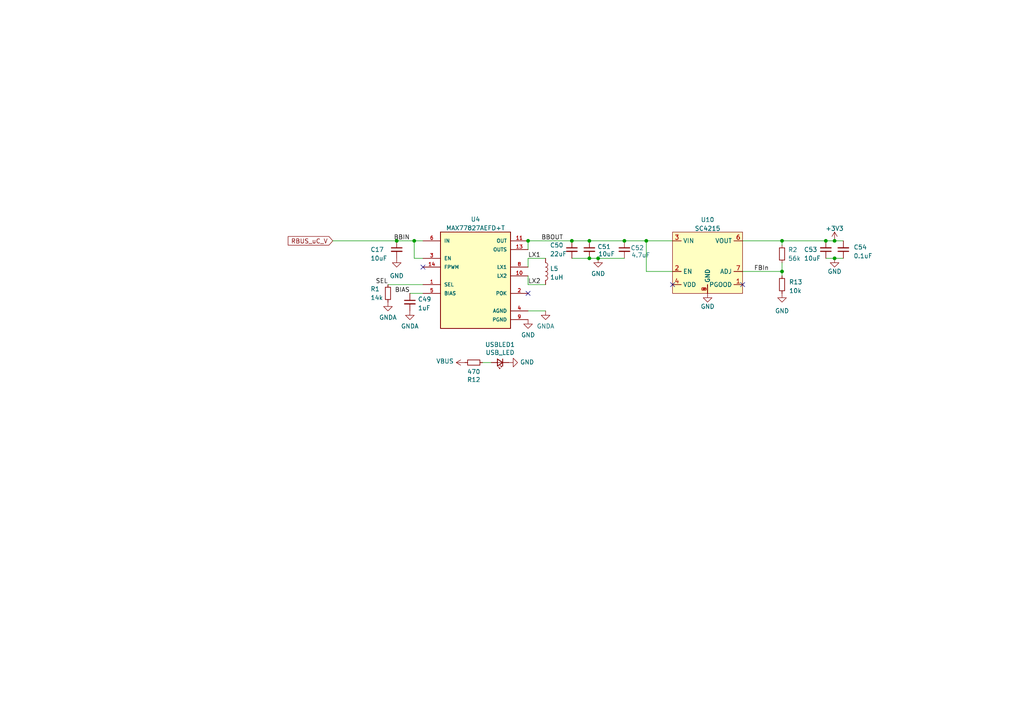
<source format=kicad_sch>
(kicad_sch (version 20230121) (generator eeschema)
  (paper "A4")
  (lib_symbols
    (symbol "Device:C_Small" (pin_numbers hide) (pin_names (offset 0.254) hide)
      (property "Reference" "C" (at 0.254 1.778 0))
      (property "Value" "C_Small" (at 0.254 -2.032 0))
      (symbol "C_Small_0_1"
        (polyline (pts (xy -1.524 -0.508) (xy 1.524 -0.508)) (stroke (width 0.3302)))
        (polyline (pts (xy -1.524 0.508) (xy 1.524 0.508)) (stroke (width 0.3048)))
      )
      (symbol "C_Small_1_1"
        (pin passive line (at 0 2.54 270) (length 2.032) (name "~") (number "1"))
        (pin passive line (at 0 -2.54 90) (length 2.032) (name "~") (number "2"))
      )
    )
    (symbol "Device:L" (pin_numbers hide) (pin_names (offset 1.016) hide)
      (property "Reference" "L" (at -1.27 0 90))
      (property "Value" "L" (at 1.905 0 90))
      (symbol "L_0_1"
        (arc (start 0 -2.54) (mid 0.6323 -1.905) (end 0 -1.27))
        (arc (start 0 -1.27) (mid 0.6323 -0.635) (end 0 0))
        (arc (start 0 0) (mid 0.6323 0.635) (end 0 1.27))
        (arc (start 0 1.27) (mid 0.6323 1.905) (end 0 2.54))
      )
      (symbol "L_1_1"
        (pin passive line (at 0 3.81 270) (length 1.27) (name "1") (number "1"))
        (pin passive line (at 0 -3.81 90) (length 1.27) (name "2") (number "2"))
      )
    )
    (symbol "Device:LED_Small" (pin_numbers hide) (pin_names (offset 0.254) hide)
      (property "Reference" "D" (at -1.27 3.175 0))
      (property "Value" "LED_Small" (at -4.445 -2.54 0))
      (symbol "LED_Small_0_1"
        (polyline (pts (xy -0.762 -1.016) (xy -0.762 1.016)) (stroke (width 0.254)))
        (polyline (pts (xy 1.016 0) (xy -0.762 0)))
        (polyline (pts (xy 0.762 -1.016) (xy -0.762 0) (xy 0.762 1.016) (xy 0.762 -1.016)) (stroke (width 0.254)))
        (polyline (pts (xy 0 0.762) (xy -0.508 1.27) (xy -0.254 1.27) (xy -0.508 1.27) (xy -0.508 1.016)))
        (polyline (pts (xy 0.508 1.27) (xy 0 1.778) (xy 0.254 1.778) (xy 0 1.778) (xy 0 1.524)))
      )
      (symbol "LED_Small_1_1"
        (pin passive line (at -2.54 0 0) (length 1.778) (name "K") (number "1"))
        (pin passive line (at 2.54 0 180) (length 1.778) (name "A") (number "2"))
      )
    )
    (symbol "Device:R_Small" (pin_numbers hide) (pin_names (offset 0.254) hide)
      (property "Reference" "R" (at 0.762 0.508 0))
      (property "Value" "R_Small" (at 0.762 -1.016 0))
      (symbol "R_Small_0_1"
        (rectangle (start -0.762 1.778) (end 0.762 -1.778) (stroke (width 0.2032)))
      )
      (symbol "R_Small_1_1"
        (pin passive line (at 0 2.54 270) (length 0.762) (name "~") (number "1"))
        (pin passive line (at 0 -2.54 90) (length 0.762) (name "~") (number "2"))
      )
    )
    (symbol "iclr:MAX77827AEFD+T" (pin_names (offset 1.016))
      (property "Reference" "U?" (at -10.16 13.208 0))
      (property "Value" "MAX77827AEFD+T" (at -10.16 -17.78 0))
      (symbol "MAX77827AEFD+T_0_0"
        (rectangle (start -10.16 -15.24) (end 10.16 12.7) (stroke (width 0.254)) (fill (type background)))
        (pin passive line (at -15.24 -2.54 0) (length 5.08) (name "SEL") (number "1"))
        (pin passive line (at 15.24 0 180) (length 5.08) (name "LX2") (number "10"))
        (pin output line (at 15.24 10.16 180) (length 5.08) (name "OUT") (number "11"))
        (pin input line (at 15.24 7.62 180) (length 5.08) (name "OUTS") (number "13"))
        (pin input line (at -15.24 2.54 0) (length 5.08) (name "FPWM") (number "14"))
        (pin output line (at 15.24 -5.08 180) (length 5.08) (name "POK") (number "2"))
        (pin input line (at -15.24 5.08 0) (length 5.08) (name "EN") (number "3"))
        (pin power_in line (at 15.24 -10.16 180) (length 5.08) (name "AGND") (number "4"))
        (pin passive line (at -15.24 -5.08 0) (length 5.08) (name "BIAS") (number "5"))
        (pin input line (at -15.24 10.16 0) (length 5.08) (name "IN") (number "6"))
        (pin passive line (at 15.24 2.54 180) (length 5.08) (name "LX1") (number "8"))
        (pin power_in line (at 15.24 -12.7 180) (length 5.08) (name "PGND") (number "9"))
      )
    )
    (symbol "iclr:RT9025-25GSP"
      (property "Reference" "U6" (at 0 4.8428 0))
      (property "Value" "RT9025-25GSP" (at 0 2.3059 0))
      (symbol "RT9025-25GSP_1_1"
        (rectangle (start -10.16 1.27) (end 10.16 -16.51) (fill (type background)))
        (pin output line (at 10.16 -13.97 180) (length 2.54) (name "PGOOD") (number "1"))
        (pin input line (at -10.16 -10.16 0) (length 2.54) (name "EN") (number "2"))
        (pin input line (at -10.16 -1.27 0) (length 2.54) (name "VIN") (number "3"))
        (pin input line (at -10.16 -13.97 0) (length 2.54) (name "VDD") (number "4"))
        (pin output line (at 10.16 -1.27 180) (length 2.54) (name "VOUT") (number "6"))
        (pin input line (at 10.16 -10.16 180) (length 2.54) (name "ADJ") (number "7"))
        (pin input line (at 0 -16.51 90) (length 2.54) (name "GND") (number "8"))
        (pin input line (at 0 -16.51 90) (length 2.54) (name "GND") (number "9"))
      )
    )
    (symbol "power:+3.3V" (power) (pin_names (offset 0))
      (property "Value" "+3.3V" (at 0 3.556 0))
      (symbol "+3.3V_0_1"
        (polyline (pts (xy -0.762 1.27) (xy 0 2.54)))
        (polyline (pts (xy 0 0) (xy 0 2.54)))
        (polyline (pts (xy 0 2.54) (xy 0.762 1.27)))
      )
      (symbol "+3.3V_1_1"
        (pin power_in line (at 0 0 90) (length 0) hide (name "+3V3") (number "1"))
      )
    )
    (symbol "power:GND" (power) (pin_names (offset 0))
      (property "Value" "GND" (at 0 -3.81 0))
      (symbol "GND_0_1"
        (polyline (pts (xy 0 0) (xy 0 -1.27) (xy 1.27 -1.27) (xy 0 -2.54) (xy -1.27 -1.27) (xy 0 -1.27)))
      )
      (symbol "GND_1_1"
        (pin power_in line (at 0 0 270) (length 0) hide (name "GND") (number "1"))
      )
    )
    (symbol "power:GNDA" (power) (pin_names (offset 0))
      (property "Value" "GNDA" (at 0 -3.81 0))
      (symbol "GNDA_0_1"
        (polyline (pts (xy 0 0) (xy 0 -1.27) (xy 1.27 -1.27) (xy 0 -2.54) (xy -1.27 -1.27) (xy 0 -1.27)))
      )
      (symbol "GNDA_1_1"
        (pin power_in line (at 0 0 270) (length 0) hide (name "GNDA") (number "1"))
      )
    )
    (symbol "power:VBUS" (power) (pin_names (offset 0))
      (property "Value" "VBUS" (at 0 3.81 0))
      (symbol "VBUS_0_1"
        (polyline (pts (xy -0.762 1.27) (xy 0 2.54)))
        (polyline (pts (xy 0 0) (xy 0 2.54)))
        (polyline (pts (xy 0 2.54) (xy 0.762 1.27)))
      )
      (symbol "VBUS_1_1"
        (pin power_in line (at 0 0 90) (length 0) hide (name "VBUS") (number "1"))
      )
    )
  )
  (junction (at 173.482 74.93))
  (junction (at 153.162 69.85))
  (junction (at 120.142 69.85))
  (junction (at 226.822 78.74))
  (junction (at 165.862 69.85))
  (junction (at 187.452 69.85))
  (junction (at 242.062 69.85))
  (junction (at 170.942 69.85))
  (junction (at 115.062 69.85))
  (junction (at 239.522 69.85))
  (junction (at 226.822 69.85))
  (junction (at 242.062 74.93))
  (junction (at 170.942 74.93))
  (junction (at 181.102 69.85))
  (no_connect (at 215.392 82.55))
  (no_connect (at 122.682 77.47))
  (no_connect (at 153.162 85.09))
  (no_connect (at 195.072 82.55))
  (wire (pts (xy 226.822 78.74) (xy 226.822 80.01)))
  (wire (pts (xy 153.162 74.93) (xy 158.242 74.93)))
  (wire (pts (xy 142.494 105.156) (xy 139.954 105.156)))
  (wire (pts (xy 187.452 69.85) (xy 187.452 78.74)))
  (wire (pts (xy 96.52 69.85) (xy 115.062 69.85)))
  (wire (pts (xy 242.062 69.85) (xy 239.522 69.85)))
  (wire (pts (xy 120.142 69.85) (xy 120.142 74.93)))
  (wire (pts (xy 215.392 78.74) (xy 226.822 78.74)))
  (wire (pts (xy 120.142 69.85) (xy 122.682 69.85)))
  (wire (pts (xy 239.522 74.93) (xy 242.062 74.93)))
  (wire (pts (xy 153.162 82.55) (xy 153.162 80.01)))
  (wire (pts (xy 153.162 90.17) (xy 158.242 90.17)))
  (wire (pts (xy 153.162 69.85) (xy 165.862 69.85)))
  (wire (pts (xy 170.942 69.85) (xy 181.102 69.85)))
  (wire (pts (xy 173.482 74.93) (xy 170.942 74.93)))
  (wire (pts (xy 187.452 78.74) (xy 195.072 78.74)))
  (wire (pts (xy 226.822 76.2) (xy 226.822 78.74)))
  (wire (pts (xy 226.822 69.85) (xy 239.522 69.85)))
  (wire (pts (xy 118.872 85.09) (xy 122.682 85.09)))
  (wire (pts (xy 120.142 74.93) (xy 122.682 74.93)))
  (wire (pts (xy 242.062 74.93) (xy 244.602 74.93)))
  (wire (pts (xy 215.392 69.85) (xy 226.822 69.85)))
  (wire (pts (xy 153.162 77.47) (xy 153.162 74.93)))
  (wire (pts (xy 115.062 69.85) (xy 120.142 69.85)))
  (wire (pts (xy 181.102 69.85) (xy 187.452 69.85)))
  (wire (pts (xy 165.862 69.85) (xy 170.942 69.85)))
  (wire (pts (xy 165.862 74.93) (xy 170.942 74.93)))
  (wire (pts (xy 158.242 82.55) (xy 153.162 82.55)))
  (wire (pts (xy 153.162 72.39) (xy 153.162 69.85)))
  (wire (pts (xy 187.452 69.85) (xy 195.072 69.85)))
  (wire (pts (xy 242.062 69.85) (xy 244.602 69.85)))
  (wire (pts (xy 173.482 74.93) (xy 181.102 74.93)))
  (wire (pts (xy 112.522 82.55) (xy 122.682 82.55)))
  (wire (pts (xy 226.822 69.85) (xy 226.822 71.12)))
  (label "BIAS" (at 118.872 85.09 180))
  (label "BBOUT" (at 156.972 69.85 0))
  (label "SEL" (at 112.522 82.55 180))
  (label "FBIn" (at 223.012 78.74 180))
  (label "LX2" (at 153.162 82.55 0))
  (label "BBIN" (at 118.872 69.85 180))
  (label "LX1" (at 153.162 74.93 0))
  (global_label "RBUS_uC_V" (shape input) (at 96.52 69.85 180) (property "Intersheetrefs" "${INTERSHEET_REFS}" (effects hide)))
  (symbol (lib_id "power:GND") (at 147.574 105.156 90) (unit 1)
    (property "Reference" "#PWR0128" (effects hide))
    (property "Value" "GND" (at 150.8252 105.029 90) (effects (justify right)))
  )
  (symbol (lib_id "power:GNDA") (at 158.242 90.17 0) (unit 1)
    (property "Reference" "#PWR0132" (effects hide))
    (property "Value" "GNDA" (at 158.242 94.6134 0))
  )
  (symbol (lib_id "power:GND") (at 242.062 74.93 0) (unit 1)
    (property "Reference" "#PWR0189" (effects hide))
    (property "Value" "GND" (at 242.062 78.74 0))
  )
  (symbol (lib_id "power:GND") (at 115.062 74.93 0) (unit 1)
    (property "Reference" "#PWR0146" (effects hide))
    (property "Value" "GND" (at 115.062 80.01 0))
  )
  (symbol (lib_id "Device:C_Small") (at 170.942 72.39 0) (unit 1)
    (property "Reference" "C51" (at 173.2661 71.5616 0) (effects (justify left)))
    (property "Value" "10uF" (at 173.482 73.66 0) (effects (justify left)))
    (property "Footprint" "Capacitor_SMD:C_0402_1005Metric" (effects hide))
  )
  (symbol (lib_id "Device:LED_Small") (at 145.034 105.156 180) (unit 1)
    (property "Reference" "USBLED1" (at 145.034 99.949 0))
    (property "Value" "USB_LED" (at 145.034 102.2604 0))
    (property "Footprint" "LED_SMD:LED_0402_1005Metric" (effects hide))
  )
  (symbol (lib_id "Device:C_Small") (at 239.522 72.39 180) (unit 1)
    (property "Reference" "C53" (at 233.172 72.39 0) (effects (justify right)))
    (property "Value" "10uF" (at 233.172 74.93 0) (effects (justify right)))
    (property "Footprint" "Capacitor_SMD:C_0402_1005Metric" (effects hide))
  )
  (symbol (lib_id "Device:C_Small") (at 115.062 72.39 0) (unit 1)
    (property "Reference" "C17" (at 107.442 72.39 0) (effects (justify left)))
    (property "Value" "10uF" (at 107.442 74.9269 0) (effects (justify left)))
    (property "Footprint" "Capacitor_SMD:C_0603_1608Metric" (effects hide))
  )
  (symbol (lib_id "iclr:RT9025-25GSP") (at 205.232 68.58 0) (unit 1)
    (property "Reference" "U10" (at 205.232 63.7372 0))
    (property "Value" "SC4215" (at 205.232 66.2741 0))
    (property "Footprint" "iclr:SOIC127P599X175-9N" (effects hide))
  )
  (symbol (lib_id "power:GNDA") (at 118.872 90.17 0) (unit 1)
    (property "Reference" "#PWR0127" (effects hide))
    (property "Value" "GNDA" (at 118.872 94.6134 0))
  )
  (symbol (lib_id "Device:R_Small") (at 112.522 85.09 0) (unit 1)
    (property "Reference" "R1" (at 107.442 83.82 0) (effects (justify left)))
    (property "Value" "14k" (at 107.442 86.3569 0) (effects (justify left)))
    (property "Footprint" "Resistor_SMD:R_0402_1005Metric" (effects hide))
  )
  (symbol (lib_id "Device:C_Small") (at 244.602 72.39 180) (unit 1)
    (property "Reference" "C54" (at 247.5603 71.6954 0) (effects (justify right)))
    (property "Value" "0.1uF" (at 247.5603 74.2354 0) (effects (justify right)))
    (property "Footprint" "Capacitor_SMD:C_0402_1005Metric" (effects hide))
  )
  (symbol (lib_id "iclr:MAX77827AEFD+T") (at 137.922 80.01 0) (unit 1)
    (property "Reference" "U4" (at 137.922 63.6102 0))
    (property "Value" "MAX77827AEFD+T" (at 137.922 66.1471 0))
    (property "Footprint" "iclr:CONV_MAX77827AEFD+T" (effects hide))
    (property "MANUFACTURER" "Maxim Integrated" (effects hide))
    (property "MAXIMUM_PACKAGE_HEIGHT" "0.6mm" (effects hide))
    (property "PARTREV" "B" (effects hide))
    (property "STANDARD" "Manufacturer Recommended" (effects hide))
  )
  (symbol (lib_id "power:GND") (at 226.822 85.09 0) (unit 1)
    (property "Reference" "#PWR0187" (effects hide))
    (property "Value" "GND" (at 226.822 90.17 0))
  )
  (symbol (lib_id "Device:R_Small") (at 137.414 105.156 90) (unit 1)
    (property "Reference" "R12" (at 137.414 110.1344 90))
    (property "Value" "470" (at 137.414 107.823 90))
    (property "Footprint" "Resistor_SMD:R_0402_1005Metric" (effects hide))
  )
  (symbol (lib_id "power:GND") (at 173.482 74.93 0) (unit 1)
    (property "Reference" "#PWR0191" (effects hide))
    (property "Value" "GND" (at 173.482 79.3734 0))
  )
  (symbol (lib_id "Device:R_Small") (at 226.822 73.66 0) (unit 1)
    (property "Reference" "R2" (at 228.5787 72.4305 0) (effects (justify left)))
    (property "Value" "56k" (at 228.5787 74.9705 0) (effects (justify left)))
    (property "Footprint" "Resistor_SMD:R_0402_1005Metric" (effects hide))
  )
  (symbol (lib_id "power:VBUS") (at 134.874 105.156 90) (unit 1)
    (property "Reference" "#PWR0130" (effects hide))
    (property "Value" "VBUS" (at 131.6228 104.775 90) (effects (justify left)))
  )
  (symbol (lib_id "Device:C_Small") (at 165.862 72.39 0) (unit 1)
    (property "Reference" "C50" (at 159.512 71.1231 0) (effects (justify left)))
    (property "Value" "22uF" (at 159.512 73.66 0) (effects (justify left)))
    (property "Footprint" "Capacitor_SMD:C_0603_1608Metric" (effects hide))
  )
  (symbol (lib_id "Device:R_Small") (at 226.822 82.55 0) (unit 1)
    (property "Reference" "R13" (at 228.836 81.7997 0) (effects (justify left)))
    (property "Value" "10k" (at 228.836 84.3397 0) (effects (justify left)))
    (property "Footprint" "Resistor_SMD:R_0402_1005Metric" (effects hide))
  )
  (symbol (lib_id "power:GND") (at 153.162 92.71 0) (unit 1)
    (property "Reference" "#PWR0133" (effects hide))
    (property "Value" "GND" (at 153.162 97.1534 0))
  )
  (symbol (lib_id "Device:C_Small") (at 118.872 87.63 0) (unit 1)
    (property "Reference" "C49" (at 121.1961 86.8016 0) (effects (justify left)))
    (property "Value" "1uF" (at 121.1961 89.3385 0) (effects (justify left)))
    (property "Footprint" "Capacitor_SMD:C_0402_1005Metric" (effects hide))
  )
  (symbol (lib_id "power:GNDA") (at 112.522 87.63 0) (unit 1)
    (property "Reference" "#PWR0179" (effects hide))
    (property "Value" "GNDA" (at 112.522 92.0734 0))
  )
  (symbol (lib_id "Device:L") (at 158.242 78.74 0) (unit 1)
    (property "Reference" "L5" (at 159.512 77.9053 0) (effects (justify left)))
    (property "Value" "1uH" (at 159.512 80.4422 0) (effects (justify left)))
    (property "Footprint" "Inductor_SMD:L_0805_2012Metric" (effects hide))
  )
  (symbol (lib_id "power:GND") (at 205.232 85.09 0) (unit 1)
    (property "Reference" "#PWR0182" (effects hide))
    (property "Value" "GND" (at 205.232 88.9 0))
  )
  (symbol (lib_id "power:+3.3V") (at 242.062 69.85 0) (unit 1)
    (property "Reference" "#PWR0188" (effects hide))
    (property "Value" "+3.3V" (at 242.062 66.2742 0))
  )
  (symbol (lib_id "Device:C_Small") (at 181.102 72.39 0) (unit 1)
    (property "Reference" "C52" (at 182.8856 71.8968 0) (effects (justify left)))
    (property "Value" "4.7uF" (at 183.1015 73.9952 0) (effects (justify left)))
    (property "Footprint" "Capacitor_SMD:C_0402_1005Metric" (effects hide))
  )
)
</source>
